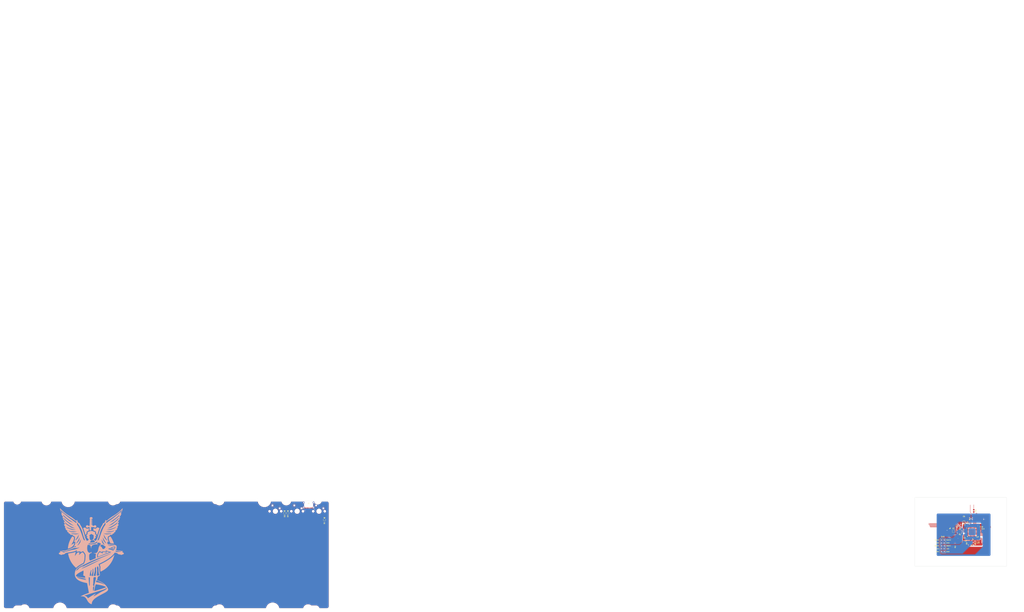
<source format=kicad_pcb>
(kicad_pcb (version 20211014) (generator pcbnew)
  (title_block (title "Hermes PCB layout") (date "2022-02-08") (rev "v0.0.1") (company "AcheronProject") (comment 1 "Designed by Gondolindrim"))
  (layers (0 "F.Cu" signal) (31 "B.Cu" signal) (34 "B.Paste" user) (35 "F.Paste" user) (36 "B.SilkS" user "B.Silkscreen") (37 "F.SilkS" user "F.Silkscreen") (38 "B.Mask" user) (39 "F.Mask" user) (44 "Edge.Cuts" user))
  (net 0 "")
  (net 1 "GND")
  (net 2 "3V3")
  (net 3 "XTAL_OUT")
  (net 4 "XTAL_IN")
  (net 5 "Net-(C11-Pad2)")
  (net 6 "SDA")
  (net 7 "SCL")
  (net 8 "PB2{slash}BOOT1")
  (net 9 "D+")
  (net 10 "5V")
  (net 11 "/PA9")
  (net 12 "unconnected-(U2-Pad2)")
  (net 13 "unconnected-(U2-Pad3)")
  (net 14 "unconnected-(U2-Pad4)")
  (net 15 "NRST")
  (net 16 "unconnected-(U2-Pad10)")
  (net 17 "unconnected-(U2-Pad11)")
  (net 18 "unconnected-(U2-Pad12)")
  (net 19 "unconnected-(U2-Pad13)")
  (net 20 "unconnected-(U2-Pad14)")
  (net 21 "unconnected-(U2-Pad15)")
  (net 22 "LED_PWM")
  (net 23 "unconnected-(U2-Pad17)")
  (net 24 "unconnected-(U2-Pad18)")
  (net 25 "CAPS_INDICATOR")
  (net 26 "unconnected-(U2-Pad21)")
  (net 27 "unconnected-(U2-Pad25)")
  (net 28 "unconnected-(U2-Pad26)")
  (net 29 "unconnected-(U2-Pad27)")
  (net 30 "RGB_3V3")
  (net 31 "unconnected-(U2-Pad29)")
  (net 32 "unconnected-(U2-Pad31)")
  (net 33 "D-")
  (net 34 "SWDIO")
  (net 35 "SWCLK")
  (net 36 "unconnected-(U2-Pad38)")
  (net 37 "unconnected-(U2-Pad39)")
  (net 38 "unconnected-(U2-Pad40)")
  (net 39 "unconnected-(U2-Pad41)")
  (net 40 "BOOT0")
  (net 41 "unconnected-(U2-Pad45)")
  (net 42 "unconnected-(U2-Pad46)")
  (net 54 "Net-(D1-Pad2)")
  (net 55 "Net-(D2-Pad2)")
  (net 56 "Net-(D3-Pad2)")
  (net 57 "R0")
  (net 58 "C0")
  (net 59 "C1")
  (net 60 "C2")
  (footprint "Capacitor_SMD:C_0402_1005Metric" (layer "F.Cu") (at 904.520342 120.565299 -90)
    (fp_text reference "C4")
    (fp_text value "100n")
  )
  (footprint "Capacitor_SMD:C_0402_1005Metric" (layer "F.Cu") (at 905.120342 136.415299 -90)
    (fp_text reference "C9")
    (fp_text value "16p")
  )
  (footprint "Capacitor_SMD:C_0402_1005Metric" (layer "F.Cu") (at 911.320342 134.895299 -90)
    (fp_text reference "C8")
    (fp_text value "16p")
  )
  (footprint "Capacitor_SMD:C_0402_1005Metric" (layer "F.Cu") (at 912.920342 133.645299 -90)
    (fp_text reference "C7")
    (fp_text value "10n")
  )
  (footprint "acheron_Components:CP_EIA-3216-10_Kemet-I_Pad1.58x1.35mm_HandSolder" (layer "F.Cu") (at 901.320342 116.565299 90)
    (fp_text reference "C5")
    (fp_text value "10u")
  )
  (footprint "Capacitor_SMD:C_0402_1005Metric" (layer "F.Cu") (at 895.17037 123.2153 180)
    (fp_text reference "C1")
    (fp_text value "100n")
  )
  (footprint "Resistor_SMD:R_0805_2012Metric" (layer "F.Cu") (at 891.720342 139.765299 -90)
    (fp_text reference "R3")
    (fp_text value "10k")
  )
  (footprint "acheron_Components:STM_UFQFPN-48_LQFP-48-1EP_7x7mm_P0.5mm_HandSoldering_ThermalReliefs" (layer "F.Cu") (at 908.520342 126.565299 90)
    (fp_text reference "U2")
    (fp_text value "STM32F411CEU6")
  )
  (footprint "Capacitor_SMD:C_0402_1005Metric" (layer "F.Cu") (at 914.420342 133.645299 -90)
    (fp_text reference "C6")
    (fp_text value "1u")
  )
  (footprint "acheron_Components:D_SOD-123" (layer "F.Cu") (at 342.779643 114.5118 90)
    (fp_text reference "D1")
    (fp_text value "1N4148W")
  )
  (footprint "Resistor_SMD:R_0402_1005Metric" (layer "F.Cu") (at 897.77037 125.565299 180)
    (fp_text reference "R2")
    (fp_text value "1.5k")
  )
  (footprint "acheron_Connectors:TYPE-C-31-M-12" (layer "F.Cu") (at 328.967143 106.678675 180)
    (fp_text reference "J1")
    (fp_text value "TYPE-C-31-M12_13")
  )
  (footprint "acheron_Connectors:PinHeader_2x5_P2.54mm_Vertical_Staggered" (layer "F.Cu") (at 882.883342 138.798299)
    (fp_text reference "X1" hide)
    (fp_text value "ARM JTAG" hide)
  )
  (footprint "Capacitor_SMD:C_0402_1005Metric" (layer "F.Cu") (at 901.720342 130.565299 180)
    (fp_text reference "C3")
    (fp_text value "100n")
  )
  (footprint "Resistor_SMD:R_0402_1005Metric" (layer "F.Cu") (at 897.77037 127.565299 180)
    (fp_text reference "R1")
    (fp_text value "1.5k")
  )
  (footprint "Capacitor_SMD:C_0402_1005Metric" (layer "F.Cu") (at 903.020342 133.165299 180)
    (fp_text reference "C2")
    (fp_text value "100n")
  )
  (footprint "Capacitor_SMD:C_0402_1005Metric" (layer "F.Cu") (at 915.17037 124.0153 180)
    (fp_text reference "C11")
    (fp_text value "4.7u")
  )
  (footprint "acheron_Components:D_SOD-123" (layer "F.Cu") (at 308.032768 108.558675 90)
    (fp_text reference "D3")
    (fp_text value "1N4148W")
  )
  (footprint "acheron_MX_soldermask:MX100" (layer "F.Cu") (at 338.017143 108.558675)
    (fp_text reference "SW1")
    (fp_text value "Mechanical_Switch")
  )
  (footprint "Resistor_SMD:R_0805_2012Metric" (layer "F.Cu") (at 909.920342 108.215301 -90)
    (fp_text reference "R5")
    (fp_text value "0R")
  )
  (footprint "acheron_MX_soldermask:MX100" (layer "F.Cu") (at 318.967143 108.558675)
    (fp_text reference "SW2")
    (fp_text value "Mechanical_Switch")
  )
  (footprint "acheron_MX_soldermask:MX100" (layer "F.Cu") (at 299.917143 108.558675)
    (fp_text reference "SW3")
    (fp_text value "Mechanical_Switch")
  )
  (footprint "Resistor_SMD:R_0402_1005Metric" (layer "F.Cu") (at 906.520343 117.415301 90)
    (fp_text reference "R4")
    (fp_text value "1.5k")
  )
  (footprint "acheron_Components:TSSOP-8_4.4x3mm_P0.65mm" (layer "F.Cu") (at 892.17037 125.915299)
    (fp_text reference "U1")
    (fp_text value "BL24C256A-SFRC")
  )
  (footprint "acheron_Components:D_SOD-123" (layer "F.Cu") (at 310.832768 108.558675 90)
    (fp_text reference "D2")
    (fp_text value "1N4148W")
  )
  (footprint "acheron_Components:Crystal_SMD_3225-4Pin_3.2x2.5mm" (layer "F.Cu") (at 908.207842 135.815299 180)
    (fp_text reference "Y1")
    (fp_text value "7325-0800A2010-00")
  )
  (footprint "hermes_library:hermes_plated_logo_12x17.7mm" (layer "F.Cu") (at 234.432768 182.377425)
    (fp_text reference "GR2" hide)
    (fp_text value "Hermes plated logo" hide)
  )
  (footprint "Capacitor_SMD:C_0402_1005Metric" (layer "F.Cu") (at 913.750341 122.2153 180)
    (fp_text reference "C10")
    (fp_text value "100n")
  )
  (footprint "hermes_library:hermes_logo_56.9x84mm" (layer "B.Cu") (at 139.182768 147.8493 180)
    (fp_text reference "GR1" hide)
    (fp_text value "Hermes huge logo" hide)
  )
  (gr_line (start 153.316709 99.633674) (end 125.241705 99.633107) (layer "Edge.Cuts") (width 0.1))
  (gr_arc (start 62.392143 101.633675) (mid 62.977929 100.219461) (end 64.392143 99.633675) (layer "Edge.Cuts") (width 0.1))
  (gr_arc (start 245.192026 193.0828) (mid 244.823202 193.519412) (end 244.275511 193.6828) (layer "Edge.Cuts") (width 0.1))
  (gr_arc (start 313.231812 100.311769) (mid 309.442143 103.032416) (end 305.652474 100.311769) (layer "Edge.Cuts") (width 0.1))
  (gr_arc (start 254.890593 100.31186) (mid 252.344277 102.834775) (end 248.79923 102.304236) (layer "Edge.Cuts") (width 0.1))
  (gr_arc (start 71.442025 193.082803) (mid 72.548496 191.772964) (end 74.191572 191.282802) (layer "Edge.Cuts") (width 0.1))
  (gr_arc (start 324.702473 193.003675) (mid 327.307108 190.463374) (end 330.892143 191.083675) (layer "Edge.Cuts") (width 0.1))
  (gr_arc (start 346.942144 191.683675) (mid 346.356357 193.097889) (end 344.942143 193.683676) (layer "Edge.Cuts") (width 0.1))
  (gr_arc (start 313.231813 100.311769) (mid 313.606698 99.811944) (end 314.205046 99.632102) (layer "Edge.Cuts") (width 0.1))
  (gr_line (start 255.838012 99.631859) (end 284.026519 99.633675) (layer "Edge.Cuts") (width 0.1))
  (gr_arc (start 154.3931 193.003675) (mid 154.028717 193.495994) (end 153.445682 193.683675) (layer "Edge.Cuts") (width 0.1))
  (gr_arc (start 331.492143 191.283675) (mid 331.175902 191.232399) (end 330.892143 191.083675) (layer "Edge.Cuts") (width 0.1))
  (gr_line (start 85.578661 193.682803) (end 105.498831 193.684244) (layer "Edge.Cuts") (width 0.05))
  (gr_arc (start 324.702473 193.003675) (mid 324.33809 193.495994) (end 323.755055 193.683675) (layer "Edge.Cuts") (width 0.1))
  (gr_arc (start 344.942143 99.633674) (mid 346.356357 100.219461) (end 346.942144 101.633675) (layer "Edge.Cuts") (width 0.1))
  (gr_arc (start 118.098392 193.683679) (mid 117.484543 193.472913) (end 117.129161 192.929833) (layer "Edge.Cuts") (width 0.05))
  (gr_line (start 938.520342 96.565299) (end 938.520342 156.565299) (layer "Edge.Cuts") (width 0.1))
  (gr_line (start 938.520342 156.565299) (end 858.520342 156.565299) (layer "Edge.Cuts") (width 0.1))
  (gr_arc (start 95.179241 99.634008) (mid 95.777589 99.813851) (end 96.152474 100.313675) (layer "Edge.Cuts") (width 0.1))
  (gr_arc (start 248.799951 191.012164) (mid 252.34475 190.481125) (end 254.891187 193.003675) (layer "Edge.Cuts") (width 0.1))
  (gr_arc (start 103.731813 100.313675) (mid 99.942144 103.034322) (end 96.152475 100.313675) (layer "Edge.Cuts") (width 0.1))
  (gr_line (start 346.942144 101.633675) (end 346.942144 191.683675) (layer "Edge.Cuts") (width 0.1))
  (gr_arc (start 85.578661 193.682803) (mid 84.995626 193.495123) (end 84.631243 193.002803) (layer "Edge.Cuts") (width 0.1))
  (gr_arc (start 333.058846 99.633914) (mid 333.620025 99.806071) (end 333.987798 100.263568) (layer "Edge.Cuts") (width 0.1))
  (gr_arc (start 106.468062 192.930397) (mid 111.798392 188.783904) (end 117.12916 192.929834) (layer "Edge.Cuts") (width 0.05))
  (gr_arc (start 245.192026 193.0828) (mid 246.298497 191.772963) (end 247.941571 191.2828) (layer "Edge.Cuts") (width 0.1))
  (gr_arc (start 295.657287 100.387521) (mid 290.326519 104.533676) (end 284.995751 100.387521) (layer "Edge.Cuts") (width 0.1))
  (gr_line (start 244.27549 99.632813) (end 164.879231 99.634628) (layer "Edge.Cuts") (width 0.1))
  (gr_arc (start 303.835892 193.683679) (mid 303.222043 193.472913) (end 302.866661 192.929833) (layer "Edge.Cuts") (width 0.1))
  (gr_arc (start 295.657287 100.387521) (mid 296.012669 99.844441) (end 296.626518 99.633675) (layer "Edge.Cuts") (width 0.1))
  (gr_arc (start 339.896842 100.264086) (mid 336.942147 102.23399) (end 333.987798 100.263568) (layer "Edge.Cuts") (width 0.1))
  (gr_arc (start 77.396559 100.263762) (mid 77.764332 99.806265) (end 78.325511 99.634108) (layer "Edge.Cuts") (width 0.1))
  (gr_arc (start 292.205562 192.930397) (mid 291.85018 193.473478) (end 291.236331 193.684244) (layer "Edge.Cuts") (width 0.1))
  (gr_arc (start 78.441573 191.082803) (mid 78.157814 191.231527) (end 77.841573 191.282803) (layer "Edge.Cuts") (width 0.1))
  (gr_arc (start 247.941549 102.032811) (mid 248.391338 102.102327) (end 248.79923 102.304236) (layer "Edge.Cuts") (width 0.1))
  (gr_arc (start 304.67924 99.632102) (mid 305.277588 99.811945) (end 305.652473 100.311769) (layer "Edge.Cuts") (width 0.1))
  (gr_arc (start 244.27549 99.632813) (mid 244.823181 99.796201) (end 245.192005 100.232813) (layer "Edge.Cuts") (width 0.1))
  (gr_arc (start 161.342717 191.2828) (mid 160.892728 191.213452) (end 160.484337 191.012164) (layer "Edge.Cuts") (width 0.1))
  (gr_arc (start 106.468062 192.930397) (mid 106.11268 193.473478) (end 105.498831 193.684244) (layer "Edge.Cuts") (width 0.05))
  (gr_arc (start 247.941549 102.032811) (mid 246.298476 101.54265) (end 245.192006 100.232813) (layer "Edge.Cuts") (width 0.1))
  (gr_line (start 62.392142 191.683675) (end 62.392143 101.633675) (layer "Edge.Cuts") (width 0.1))
  (gr_arc (start 339.896842 100.264086) (mid 340.264615 99.806589) (end 340.825794 99.634432) (layer "Edge.Cuts") (width 0.1))
  (gr_line (start 165.008777 193.6828) (end 244.275511 193.6828) (layer "Edge.Cuts") (width 0.1))
  (gr_line (start 858.520342 96.565299) (end 938.520342 96.565299) (layer "Edge.Cuts") (width 0.1))
  (gr_line (start 344.942143 99.633674) (end 340.825794 99.634432) (layer "Edge.Cuts") (width 0.1))
  (gr_line (start 70.525511 193.682802) (end 64.392143 193.683676) (layer "Edge.Cuts") (width 0.1))
  (gr_arc (start 248.799257 191.011178) (mid 248.391378 191.213186) (end 247.941571 191.2828) (layer "Edge.Cuts") (width 0.1))
  (gr_line (start 333.058846 99.633914) (end 314.205046 99.632102) (layer "Edge.Cuts") (width 0.1))
  (gr_arc (start 103.731814 100.313675) (mid 104.106699 99.81385) (end 104.705047 99.634008) (layer "Edge.Cuts") (width 0.1))
  (gr_arc (start 78.441573 191.082803) (mid 82.026608 190.462502) (end 84.631243 193.002803) (layer "Edge.Cuts") (width 0.1))
  (gr_arc (start 64.392143 193.683676) (mid 62.977929 193.097889) (end 62.392142 191.683675) (layer "Edge.Cuts") (width 0.1))
  (gr_line (start 323.755055 193.683675) (end 303.835892 193.683679) (layer "Edge.Cuts") (width 0.1))
  (gr_arc (start 160.355491 102.306051) (mid 160.763383 102.104142) (end 161.213172 102.034626) (layer "Edge.Cuts") (width 0.1))
  (gr_arc (start 163.962716 100.234628) (mid 164.33154 99.798016) (end 164.879231 99.634628) (layer "Edge.Cuts") (width 0.1))
  (gr_arc (start 160.355491 102.306051) (mid 156.810445 102.836589) (end 154.264128 100.313675) (layer "Edge.Cuts") (width 0.1))
  (gr_arc (start 335.192717 191.283674) (mid 336.835473 191.773856) (end 337.941502 193.083675) (layer "Edge.Cuts") (width 0.1))
  (gr_line (start 296.62608 99.633111) (end 304.67924 99.632102) (layer "Edge.Cuts") (width 0.1))
  (gr_arc (start 163.962716 100.234628) (mid 162.856245 101.544464) (end 161.213172 102.034626) (layer "Edge.Cuts") (width 0.1))
  (gr_arc (start 154.393101 193.003675) (mid 156.939538 190.481124) (end 160.484337 191.012164) (layer "Edge.Cuts") (width 0.1))
  (gr_arc (start 161.342717 191.2828) (mid 162.985791 191.772963) (end 164.092262 193.0828) (layer "Edge.Cuts") (width 0.1))
  (gr_line (start 78.325511 99.634108) (end 95.179241 99.634008) (layer "Edge.Cuts") (width 0.1))
  (gr_line (start 291.236331 193.684244) (end 255.838606 193.683675) (layer "Edge.Cuts") (width 0.1))
  (gr_arc (start 124.272474 100.386953) (mid 124.627856 99.843873) (end 125.241705 99.633107) (layer "Edge.Cuts") (width 0.1))
  (gr_arc (start 338.858016 193.683674) (mid 338.310325 193.520287) (end 337.941502 193.083675) (layer "Edge.Cuts") (width 0.1))
  (gr_arc (start 255.838606 193.683675) (mid 255.255571 193.495994) (end 254.891188 193.003675) (layer "Edge.Cuts") (width 0.1))
  (gr_line (start 153.445682 193.683675) (end 118.098392 193.683679) (layer "Edge.Cuts") (width 0.1))
  (gr_arc (start 153.316709 99.633674) (mid 153.899744 99.821356) (end 154.264128 100.313675) (layer "Edge.Cuts") (width 0.1))
  (gr_arc (start 254.890593 100.31186) (mid 255.254976 99.81954) (end 255.838012 99.631859) (layer "Edge.Cuts") (width 0.1))
  (gr_line (start 344.942143 193.683676) (end 338.858016 193.683674) (layer "Edge.Cuts") (width 0.1))
  (gr_arc (start 284.026519 99.633675) (mid 284.640368 99.844441) (end 284.99575 100.387521) (layer "Edge.Cuts") (width 0.1))
  (gr_arc (start 112.642144 99.633671) (mid 113.255993 99.844437) (end 113.611375 100.387517) (layer "Edge.Cuts") (width 0.1))
  (gr_arc (start 124.272474 100.386953) (mid 118.942144 104.533219) (end 113.611375 100.387517) (layer "Edge.Cuts") (width 0.1))
  (gr_line (start 112.642144 99.633671) (end 104.705047 99.634008) (layer "Edge.Cuts") (width 0.1))
  (gr_line (start 331.492143 191.283675) (end 335.192717 191.283674) (layer "Edge.Cuts") (width 0.1))
  (gr_arc (start 71.442025 193.082803) (mid 71.073202 193.519415) (end 70.525511 193.682802) (layer "Edge.Cuts") (width 0.1))
  (gr_arc (start 77.396559 100.263762) (mid 74.441864 102.241643) (end 71.487515 100.263244) (layer "Edge.Cuts") (width 0.1))
  (gr_arc (start 70.558563 99.63359) (mid 71.119742 99.805747) (end 71.487515 100.263244) (layer "Edge.Cuts") (width 0.1))
  (gr_arc (start 292.205562 192.930397) (mid 297.535892 188.784131) (end 302.86666 192.929834) (layer "Edge.Cuts") (width 0.1))
  (gr_line (start 70.558563 99.63359) (end 64.392143 99.633675) (layer "Edge.Cuts") (width 0.1))
  (gr_line (start 74.191572 191.282802) (end 77.841573 191.282803) (layer "Edge.Cuts") (width 0.1))
  (gr_line (start 858.520342 156.565299) (end 858.520342 96.565299) (layer "Edge.Cuts") (width 0.1))
  (gr_arc (start 165.008777 193.6828) (mid 164.461086 193.519412) (end 164.092262 193.0828) (layer "Edge.Cuts") (width 0.1))
  (gr_text "GND" (at 886.058342 136.258299) (layer "F.SilkS") (effects (font (size 0.8 0.8) (thickness 0.16)) (justify left)))
  (gr_text "3V3" (at 886.058342 141.338299) (layer "F.SilkS") (effects (font (size 0.8 0.8) (thickness 0.16)) (justify left)))
  (gr_text "GND" (at 879.708342 136.258299) (layer "F.SilkS") (effects (font (size 0.8 0.8) (thickness 0.16)) (justify right)))
  (gr_text "nRST" (at 879.708342 143.878298) (layer "F.SilkS") (effects (font (size 0.8 0.8) (thickness 0.16)) (justify right)))
  (gr_text "GND" (at 886.058342 143.878298) (layer "F.SilkS") (effects (font (size 0.8 0.8) (thickness 0.16)) (justify left)))
  (gr_text "SWCLK" (at 886.058342 133.7183) (layer "F.SilkS") (effects (font (size 0.8 0.8) (thickness 0.16)) (justify left)))
  (gr_text "SWD" (at 882.883342 130.798299) (layer "F.SilkS") (effects (font (size 1 1) (thickness 0.2))))
  (gr_text "3V3" (at 879.708342 141.338299) (layer "F.SilkS") (effects (font (size 0.8 0.8) (thickness 0.16)) (justify right)))
  (gr_text "BOOT1" (at 886.058342 138.798299) (layer "F.SilkS") (effects (font (size 0.8 0.8) (thickness 0.16)) (justify left)))
  (gr_text "SWDIO" (at 879.708342 133.7183) (layer "F.SilkS") (effects (font (size 0.8 0.8) (thickness 0.16)) (justify right)))
  (gr_text "BOOT0" (at 879.708342 138.798299) (layer "F.SilkS") (effects (font (size 0.8 0.8) (thickness 0.16)) (justify right)))
  (via (at 906.120342 114.215299) (size 0.6) (drill 0.3) (layers "F.Cu" "B.Cu") (net 0))
  (via (at 909.77037 138.2153) (size 0.6) (drill 0.3) (layers "F.Cu" "B.Cu") (net 0))
  (via (at 905.17037 138.0153) (size 0.6) (drill 0.3) (layers "F.Cu" "B.Cu") (net 0))
  (via (at 906.120342 115.815299) (size 0.6) (drill 0.3) (layers "F.Cu" "B.Cu") (net 0))
  (via (at 898.37037 120.0153) (size 0.6) (drill 0.3) (layers "F.Cu" "B.Cu") (net 0))
  (via (at 918.520342 115.565299) (size 0.6) (drill 0.3) (layers "F.Cu" "B.Cu") (net 0))
  (via (at 908.720342 115.815299) (size 0.6) (drill 0.3) (layers "F.Cu" "B.Cu") (net 0))
  (via (at 908.720342 114.215299) (size 0.6) (drill 0.3) (layers "F.Cu" "B.Cu") (net 0))
  (via (at 893.520342 136.565299) (size 0.6) (drill 0.3) (layers "F.Cu" "B.Cu") (net 0))
  (via (at 895.720342 127.715299) (size 0.6) (drill 0.3) (layers "F.Cu" "B.Cu") (net 0))
  (segment (start 907.337842 134.535299) (end 907.357842 134.515299) (width 0.2) (layer "F.Cu") (net 1))
  (segment (start 909.270342 130.565299) (end 909.270342 128.515299) (width 0.2) (layer "F.Cu") (net 1))
  (segment (start 906.270342 122.565299) (end 906.270342 124.615299) (width 0.2) (layer "F.Cu") (net 1))
  (segment (start 904.520342 128.815299) (end 906.570342 128.815299) (width 0.2) (layer "F.Cu") (net 1))
  (segment (start 912.520342 124.315299) (end 910.470342 124.315299) (width 0.2) (layer "F.Cu") (net 1))
  (via (at 325.617143 107.758675) (size 1) (drill 0.5) (layers "F.Cu" "B.Cu") (net 1))
  (via (at 886.57037 125.215301) (size 1) (drill 0.5) (layers "F.Cu" "B.Cu") (net 1))
  (via (at 334.017143 106.958675) (size 1) (drill 0.5) (layers "F.Cu" "B.Cu") (net 1))
  (via (at 896.120342 132.165299) (size 0.6) (drill 0.3) (layers "F.Cu" "B.Cu") (net 1))
  (via (at 917.04534 126.015299) (size 0.6) (drill 0.3) (layers "F.Cu" "B.Cu") (net 1))
  (segment (start 904.520342 129.965299) (end 903.920342 130.565299) (width 0.2) (layer "F.Cu") (net 2))
  (segment (start 913.270341 122.2153) (end 912.520342 122.965299) (width 0.2) (layer "F.Cu") (net 2))
  (segment (start 905.300342 121.045299) (end 905.770342 121.515299) (width 0.2) (layer "F.Cu") (net 2))
  (segment (start 902.200342 130.565299) (end 902.200342 131.565299) (width 0.2) (layer "F.Cu") (net 2))
  (segment (start 909.770342 130.565299) (end 909.770342 131.910317) (width 0.2) (layer "F.Cu") (net 2))
  (segment (start 902.520342 120.565299) (end 902.520342 119.202799) (width 0.5) (layer "F.Cu") (net 2))
  (segment (start 913.270341 122.2153) (end 913.270341 121.365299) (width 0.2) (layer "F.Cu") (net 2))
  (segment (start 912.520342 123.815299) (end 912.520342 122.965299) (width 0.2) (layer "F.Cu") (net 2))
  (segment (start 901.320342 118.002799) (end 899.957842 118.002799) (width 0.5) (layer "F.Cu") (net 2))
  (segment (start 905.770342 122.565299) (end 905.770342 121.515299) (width 0.2) (layer "F.Cu") (net 2))
  (segment (start 898.28037 125.565299) (end 899.120342 125.565299) (width 0.2) (layer "F.Cu") (net 2))
  (segment (start 909.770342 131.910317) (end 910.773882 132.913857) (width 0.2) (layer "F.Cu") (net 2))
  (segment (start 903.500342 133.165299) (end 904.310318 133.165299) (width 0.2) (layer "F.Cu") (net 2))
  (segment (start 904.520342 129.315299) (end 904.520342 129.965299) (width 0.2) (layer "F.Cu") (net 2))
  (segment (start 910.773882 132.913857) (end 912.6689 132.913857) (width 0.2) (layer "F.Cu") (net 2))
  (segment (start 902.520342 119.202799) (end 901.320342 118.002799) (width 0.5) (layer "F.Cu") (net 2))
  (segment (start 912.6689 132.913857) (end 914.1689 132.913857) (width 0.2) (layer "F.Cu") (net 2))
  (segment (start 903.920342 130.565299) (end 902.200342 130.565299) (width 0.2) (layer "F.Cu") (net 2))
  (segment (start 912.6689 132.913857) (end 912.920342 133.165299) (width 0.2) (layer "F.Cu") (net 2))
  (segment (start 904.520342 121.045299) (end 905.300342 121.045299) (width 0.2) (layer "F.Cu") (net 2))
  (segment (start 903.970342 129.315299) (end 904.520342 129.315299) (width 0.2) (layer "F.Cu") (net 2))
  (segment (start 899.957842 118.002799) (end 897.920342 115.965299) (width 0.5) (layer "F.Cu") (net 2))
  (segment (start 904.550342 121.045299) (end 904.550342 121.965299) (width 0.2) (layer "F.Cu") (net 2))
  (segment (start 903.500342 132.165299) (end 903.500342 133.165299) (width 0.2) (layer "F.Cu") (net 2))
  (segment (start 898.28037 127.515299) (end 899.17037 127.515299) (width 0.2) (layer "F.Cu") (net 2))
  (segment (start 894.69037 123.2153) (end 894.69037 122.6953) (width 0.2) (layer "F.Cu") (net 2))
  (segment (start 906.670842 118.0758) (end 906.520343 117.925301) (width 0.2) (layer "F.Cu") (net 2))
  (segment (start 914.1689 132.913857) (end 914.420342 133.165299) (width 0.2) (layer "F.Cu") (net 2))
  (segment (start 904.310318 133.165299) (end 905.770342 131.705275) (width 0.2) (layer "F.Cu") (net 2))
  (segment (start 905.770342 131.705275) (end 905.770342 130.565299) (width 0.2) (layer "F.Cu") (net 2))
  (segment (start 906.670842 118.815301) (end 906.670842 118.0758) (width 0.2) (layer "F.Cu") (net 2))
  (segment (start 894.69037 123.2153) (end 894.69037 124.8153) (width 0.2) (layer "F.Cu") (net 2))
  (segment (start 914.420342 133.165299) (end 915.420342 133.165299) (width 0.2) (layer "F.Cu") (net 2))
  (segment (start 894.69037 122.6953) (end 895.37037 122.0153) (width 0.2) (layer "F.Cu") (net 2))
  (segment (start 897.920342 115.965299) (end 897.920342 112.965299) (width 0.5) (layer "F.Cu") (net 2))
  (via (at 906.670842 118.815301) (size 0.6) (drill 0.3) (layers "F.Cu" "B.Cu") (net 2))
  (via (at 899.120342 125.565299) (size 0.6) (drill 0.3) (layers "F.Cu" "B.Cu") (net 2))
  (via (at 902.200342 131.565299) (size 0.6) (drill 0.3) (layers "F.Cu" "B.Cu") (net 2))
  (via (at 913.270341 121.365299) (size 0.6) (drill 0.3) (layers "F.Cu" "B.Cu") (net 2))
  (via (at 904.550342 121.965299) (size 0.6) (drill 0.3) (layers "F.Cu" "B.Cu") (net 2))
  (via (at 895.37037 122.0153) (size 0.6) (drill 0.3) (layers "F.Cu" "B.Cu") (net 2))
  (via (at 902.520342 120.565299) (size 1) (drill 0.5) (layers "F.Cu" "B.Cu") (net 2))
  (via (at 903.500342 132.165299) (size 0.6) (drill 0.3) (layers "F.Cu" "B.Cu") (net 2))
  (via (at 899.17037 127.515299) (size 0.6) (drill 0.3) (layers "F.Cu" "B.Cu") (net 2))
  (via (at 915.420342 133.165299) (size 0.6) (drill 0.3) (layers "F.Cu" "B.Cu") (net 2))
  (segment (start 884.089842 141.338299) (end 881.549842 141.338299) (width 0.2) (layer "B.Cu") (net 2))
  (segment (start 893.720823 121.249812) (end 893.720823 128.380818) (width 0.2) (layer "B.Cu") (net 2))
  (segment (start 906.670842 119.715799) (end 904.770823 117.81578) (width 0.2) (layer "B.Cu") (net 2))
  (segment (start 904.770823 117.81578) (end 897.154856 117.815779) (width 0.2) (layer "B.Cu") (net 2))
  (segment (start 897.154856 117.815779) (end 893.720823 121.249812) (width 0.2) (layer "B.Cu") (net 2))
  (segment (start 895.37037 122.0153) (end 902.120342 122.015299) (width 0.2) (layer "B.Cu") (net 2))
  (segment (start 879.728342 132.573299) (end 879.728342 139.516799) (width 0.2) (layer "B.Cu") (net 2))
  (segment (start 879.728342 139.516799) (end 881.549842 141.338299) (width 0.2) (layer "B.Cu") (net 2))
  (segment (start 881.328342 130.973299) (end 879.728342 132.573299) (width 0.2) (layer "B.Cu") (net 2))
  (segment (start 891.128342 130.973299) (end 881.328342 130.973299) (width 0.2) (layer "B.Cu") (net 2))
  (segment (start 915.420342 133.165299) (end 915.020342 132.765299) (width 0.5) (layer "B.Cu") (net 2))
  (segment (start 893.720823 128.380818) (end 891.128342 130.973299) (width 0.2) (layer "B.Cu") (net 2))
  (segment (start 899.120342 125.565299) (end 901.920342 125.565299) (width 0.5) (layer "B.Cu") (net 2))
  (segment (start 899.17037 127.515299) (end 900.12037 126.565299) (width 0.5) (layer "B.Cu") (net 2))
  (segment (start 900.12037 126.565299) (end 901.920342 126.565299) (width 0.5) (layer "B.Cu") (net 2))
  (segment (start 906.670842 118.815301) (end 906.670842 119.715799) (width 0.2) (layer "B.Cu") (net 2))
  (segment (start 909.857842 134.415299) (end 909.307842 134.965299) (width 0.2) (layer "F.Cu") (net 3))
  (segment (start 908.270342 133.927799) (end 909.307842 134.965299) (width 0.2) (layer "F.Cu") (net 3))
  (segment (start 908.270342 130.565299) (end 908.270342 133.927799) (width 0.2) (layer "F.Cu") (net 3))
  (segment (start 911.320342 134.415299) (end 909.857842 134.415299) (width 0.2) (layer "F.Cu") (net 3))
  (segment (start 905.120342 134.615299) (end 907.770342 131.965299) (width 0.2) (layer "F.Cu") (net 4))
  (segment (start 905.120342 135.935299) (end 905.120342 134.615299) (width 0.2) (layer "F.Cu") (net 4))
  (segment (start 905.850342 136.665299) (end 905.120342 135.935299) (width 0.2) (layer "F.Cu") (net 4))
  (segment (start 907.770342 131.965299) (end 907.770342 130.565299) (width 0.2) (layer "F.Cu") (net 4))
  (segment (start 907.107842 136.665299) (end 905.850342 136.665299) (width 0.2) (layer "F.Cu") (net 4))
  (segment (start 906.877842 136.895299) (end 907.107842 136.665299) (width 0.2) (layer "F.Cu") (net 4))
  (segment (start 912.520342 124.815299) (end 913.890371 124.815299) (width 0.2) (layer "F.Cu") (net 5))
  (segment (start 913.890371 124.815299) (end 914.69037 124.0153) (width 0.2) (layer "F.Cu") (net 5))
  (segment (start 896.58537 126.890299) (end 897.26037 127.565299) (width 0.2) (layer "F.Cu") (net 6))
  (segment (start 904.500822 126.795779) (end 904.520342 126.815299) (width 0.2) (layer "F.Cu") (net 6))
  (segment (start 904.520342 126.815299) (end 898.01037 126.815299) (width 0.2) (layer "F.Cu") (net 6))
  (segment (start 895.03287 126.890299) (end 896.58537 126.890299) (width 0.2) (layer "F.Cu") (net 6))
  (segment (start 898.01037 126.815299) (end 897.26037 127.565299) (width 0.2) (layer "F.Cu") (net 6))
  (segment (start 896.58537 126.240299) (end 897.26037 125.565299) (width 0.2) (layer "F.Cu") (net 7))
  (segment (start 904.520342 126.315299) (end 898.01037 126.315299) (width 0.2) (layer "F.Cu") (net 7))
  (segment (start 898.01037 126.315299) (end 897.26037 125.565299) (width 0.2) (layer "F.Cu") (net 7))
  (segment (start 895.03287 126.240299) (end 896.58537 126.240299) (width 0.2) (layer "F.Cu") (net 7))
  (segment (start 891.665842 138.798299) (end 891.720342 138.852799) (width 0.2) (layer "F.Cu") (net 8))
  (segment (start 884.216842 138.798299) (end 891.665842 138.798299) (width 0.2) (layer "F.Cu") (net 8))
  (segment (start 915.172841 125.815299) (end 915.782841 126.425299) (width 0.2) (layer "F.Cu") (net 8))
  (segment (start 912.520342 125.815299) (end 915.172841 125.815299) (width 0.2) (layer "F.Cu") (net 8))
  (via (at 915.782841 126.425299) (size 0.6) (drill 0.3) (layers "F.Cu" "B.Cu") (net 8))
  (segment (start 885.484853 142.816788) (end 881.237149 142.816788) (width 0.2) (layer "B.Cu") (net 8))
  (segment (start 917.520342 139.665299) (end 917.520342 128.1628) (width 0.2) (layer "B.Cu") (net 8))
  (segment (start 886.328342 141.973299) (end 885.484853 142.816788) (width 0.2) (layer "B.Cu") (net 8))
  (segment (start 917.520342 128.1628) (end 915.782841 126.425299) (width 0.2) (layer "B.Cu") (net 8))
  (segment (start 885.353342 138.798299) (end 886.328342 139.773299) (width 0.2) (layer "B.Cu") (net 8))
  (segment (start 886.328342 139.773299) (end 886.328342 141.973299) (width 0.2) (layer "B.Cu") (net 8))
  (segment (start 881.237149 142.816788) (end 880.615331 143.438606) (width 0.2) (layer "B.Cu") (net 8))
  (segment (start 881.720342 146.165299) (end 911.020342 146.165299) (width 0.2) (layer "B.Cu") (net 8))
  (segment (start 880.615331 143.438606) (end 880.615331 145.060288) (width 0.2) (layer "B.Cu") (net 8))
  (segment (start 884.216842 138.798299) (end 885.353342 138.798299) (width 0.2) (layer "B.Cu") (net 8))
  (segment (start 880.615331 145.060288) (end 881.720342 146.165299) (width 0.2) (layer "B.Cu") (net 8))
  (segment (start 911.020342 146.165299) (end 917.520342 139.665299) (width 0.2) (layer "B.Cu") (net 8))
  (segment (start 907.270342 116.155302) (end 907.270342 115.165299) (width 0.2) (layer "F.Cu") (net 9))
  (segment (start 906.520343 116.905301) (end 907.270342 116.155302) (width 0.2) (layer "F.Cu") (net 9))
  (segment (start 907.270342 115.165299) (end 907.120342 115.015299) (width 0.2) (layer "F.Cu") (net 9))
  (segment (start 907.270342 122.565299) (end 907.270342 116.155302) (width 0.2) (layer "F.Cu") (net 9))
  (via (at 907.120342 115.015299) (size 0.6) (drill 0.3) (layers "F.Cu" "B.Cu") (net 9))
  (via (at 907.120342 115.015299) (size 0.6) (drill 0.3) (layers "F.Cu" "B.Cu") (net 9))
  (segment (start 907.320342 114.815299) (end 907.120342 115.015299) (width 0.2) (layer "B.Cu") (net 9))
  (segment (start 907.320342 110.532455) (end 907.320342 114.815299) (width 0.2) (layer "B.Cu") (net 9))
  (segment (start 909.920342 107.290299) (end 909.920342 102.865328) (width 0.2) (layer "F.Cu") (net 10))
  (segment (start 908.770342 120.730305) (end 909.920342 119.580305) (width 0.2) (layer "F.Cu") (net 11))
  (segment (start 908.770342 122.565299) (end 908.770342 120.730305) (width 0.2) (layer "F.Cu") (net 11))
  (segment (start 909.920342 119.580305) (end 909.920342 108.740299) (width 0.2) (layer "F.Cu") (net 11))
  (segment (start 892.082812 134.342777) (end 879.352455 121.612419) (width 0.2) (layer "F.Cu") (net 12))
  (segment (start 903.697847 134.342777) (end 892.082812 134.342777) (width 0.2) (layer "F.Cu") (net 12))
  (segment (start 906.270342 131.770281) (end 903.697847 134.342777) (width 0.2) (layer "F.Cu") (net 12))
  (segment (start 879.352455 121.612419) (end 871.520342 121.612419) (width 0.2) (layer "F.Cu") (net 12))
  (segment (start 906.270342 130.565299) (end 906.270342 131.770281) (width 0.2) (layer "F.Cu") (net 12))
  (segment (start 903.863333 134.742296) (end 906.770342 131.835287) (width 0.2) (layer "F.Cu") (net 13))
  (segment (start 879.186969 122.011939) (end 891.917327 134.742296) (width 0.2) (layer "F.Cu") (net 13))
  (segment (start 906.770342 131.835287) (end 906.770342 130.565299) (width 0.2) (layer "F.Cu") (net 13))
  (segment (start 871.720342 122.011939) (end 879.186969 122.011939) (width 0.2) (layer "F.Cu") (net 13))
  (segment (start 891.917327 134.742296) (end 903.863333 134.742296) (width 0.2) (layer "F.Cu") (net 13))
  (segment (start 879.021483 122.411459) (end 891.751841 135.141816) (width 0.2) (layer "F.Cu") (net 14))
  (segment (start 904.028819 135.141816) (end 907.270342 131.900293) (width 0.2) (layer "F.Cu") (net 14))
  (segment (start 891.751841 135.141816) (end 904.028819 135.141816) (width 0.2) (layer "F.Cu") (net 14))
  (segment (start 907.270342 131.900293) (end 907.270342 130.565299) (width 0.2) (layer "F.Cu") (net 14))
  (segment (start 871.920342 122.411459) (end 879.021483 122.411459) (width 0.2) (layer "F.Cu") (net 14))
  (segment (start 908.770342 130.565299) (end 908.770342 132.465299) (width 0.2) (layer "F.Cu") (net 15))
  (segment (start 908.770342 132.465299) (end 908.920342 132.615299) (width 0.2) (layer "F.Cu") (net 15))
  (via (at 908.920342 132.615299) (size 0.6) (drill 0.3) (layers "F.Cu" "B.Cu") (net 15))
  (segment (start 881.885828 145.765779) (end 900.169862 145.765779) (width 0.2) (layer "B.Cu") (net 15))
  (segment (start 908.920342 137.015299) (end 908.920342 132.615299) (width 0.2) (layer "B.Cu") (net 15))
  (segment (start 881.014851 144.894802) (end 881.885828 145.765779) (width 0.2) (layer "B.Cu") (net 15))
  (segment (start 881.676842 143.878299) (end 881.014851 144.54029) (width 0.2) (layer "B.Cu") (net 15))
  (segment (start 881.014851 144.54029) (end 881.014851 144.894802) (width 0.2) (layer "B.Cu") (net 15))
  (segment (start 900.169862 145.765779) (end 908.920342 137.015299) (width 0.2) (layer "B.Cu") (net 15))
  (segment (start 910.270342 131.845311) (end 910.939369 132.514338) (width 0.2) (layer "F.Cu") (net 16))
  (segment (start 916.584761 135.845307) (end 919.052831 138.313377) (width 0.2) (layer "F.Cu") (net 16))
  (segment (start 915.981881 132.514339) (end 916.584761 133.117219) (width 0.2) (layer "F.Cu") (net 16))
  (segment (start 910.270342 130.565299) (end 910.270342 131.845311) (width 0.2) (layer "F.Cu") (net 16))
  (segment (start 916.584761 133.117219) (end 916.584761 135.845307) (width 0.2) (layer "F.Cu") (net 16))
  (segment (start 910.939369 132.514338) (end 915.981881 132.514339) (width 0.2) (layer "F.Cu") (net 16))
  (segment (start 910.770342 131.780305) (end 910.770342 130.565299) (width 0.2) (layer "F.Cu") (net 17))
  (segment (start 916.984283 135.679823) (end 916.984281 132.881745) (width 0.2) (layer "F.Cu") (net 17))
  (segment (start 911.104856 132.114819) (end 910.770342 131.780305) (width 0.2) (layer "F.Cu") (net 17))
  (segment (start 919.218316 137.913856) (end 916.984283 135.679823) (width 0.2) (layer "F.Cu") (net 17))
  (segment (start 916.217355 132.114819) (end 911.104856 132.114819) (width 0.2) (layer "F.Cu") (net 17))
  (segment (start 916.984281 132.881745) (end 916.217355 132.114819) (width 0.2) (layer "F.Cu") (net 17))
  (segment (start 917.383801 132.716259) (end 917.383803 135.514337) (width 0.2) (layer "F.Cu") (net 18))
  (segment (start 911.270342 130.565299) (end 911.270342 131.365299) (width 0.2) (layer "F.Cu") (net 18))
  (segment (start 916.382841 131.715299) (end 917.383801 132.716259) (width 0.2) (layer "F.Cu") (net 18))
  (segment (start 917.383803 135.514337) (end 919.383803 137.514337) (width 0.2) (layer "F.Cu") (net 18))
  (segment (start 911.270342 131.365299) (end 911.620342 131.715299) (width 0.2) (layer "F.Cu") (net 18))
  (segment (start 911.620342 131.715299) (end 916.382841 131.715299) (width 0.2) (layer "F.Cu") (net 18))
  (segment (start 912.520342 129.315299) (end 913.792805 129.315299) (width 0.2) (layer "F.Cu") (net 19))
  (segment (start 914.389921 129.912415) (end 917.57576 129.912416) (width 0.2) (layer "F.Cu") (net 19))
  (segment (start 917.57576 129.912416) (end 924.976237 122.511939) (width 0.2) (layer "F.Cu") (net 19))
  (segment (start 913.792805 129.315299) (end 914.389921 129.912415) (width 0.2) (layer "F.Cu") (net 19))
  (segment (start 914.555408 129.512896) (end 917.410273 129.512897) (width 0.2) (layer "F.Cu") (net 20))
  (segment (start 913.857811 128.815299) (end 914.555408 129.512896) (width 0.2) (layer "F.Cu") (net 20))
  (segment (start 912.520342 128.815299) (end 913.857811 128.815299) (width 0.2) (layer "F.Cu") (net 20))
  (segment (start 917.410273 129.512897) (end 924.810751 122.112419) (width 0.2) (layer "F.Cu") (net 20))
  (segment (start 917.244786 129.113378) (end 924.645265 121.712899) (width 0.2) (layer "F.Cu") (net 21))
  (segment (start 914.720895 129.113377) (end 917.244786 129.113378) (width 0.2) (layer "F.Cu") (net 21))
  (segment (start 913.922817 128.315299) (end 914.720895 129.113377) (width 0.2) (layer "F.Cu") (net 21))
  (segment (start 912.520342 128.315299) (end 913.922817 128.315299) (width 0.2) (layer "F.Cu") (net 21))
  (segment (start 914.886382 128.713858) (end 913.987823 127.815299) (width 0.2) (layer "F.Cu") (net 22))
  (segment (start 924.479779 121.313379) (end 917.0793 128.713858) (width 0.2) (layer "F.Cu") (net 22))
  (segment (start 917.0793 128.713858) (end 914.886382 128.713858) (width 0.2) (layer "F.Cu") (net 22))
  (segment (start 913.987823 127.815299) (end 912.520342 127.815299) (width 0.2) (layer "F.Cu") (net 22))
  (segment (start 924.314293 120.913859) (end 916.913813 128.314339) (width 0.2) (layer "F.Cu") (net 23))
  (segment (start 914.052829 127.315299) (end 912.520342 127.315299) (width 0.2) (layer "F.Cu") (net 23))
  (segment (start 916.913813 128.314339) (end 915.051869 128.314339) (width 0.2) (layer "F.Cu") (net 23))
  (segment (start 915.051869 128.314339) (end 914.052829 127.315299) (width 0.2) (layer "F.Cu") (net 23))
  (segment (start 915.217355 127.914819) (end 914.117835 126.815299) (width 0.2) (layer "F.Cu") (net 24))
  (segment (start 916.748328 127.914818) (end 915.217355 127.914819) (width 0.2) (layer "F.Cu") (net 24))
  (segment (start 924.148807 120.514339) (end 916.748328 127.914818) (width 0.2) (layer "F.Cu") (net 24))
  (segment (start 914.117835 126.815299) (end 912.520342 126.815299) (width 0.2) (layer "F.Cu") (net 24))
  (segment (start 915.382841 127.515299) (end 914.182841 126.315299) (width 0.2) (layer "F.Cu") (net 25))
  (segment (start 914.182841 126.315299) (end 912.520342 126.315299) (width 0.2) (layer "F.Cu") (net 25))
  (segment (start 923.983321 120.114819) (end 916.582841 127.515299) (width 0.2) (layer "F.Cu") (net 25))
  (segment (start 916.582841 127.515299) (end 915.382841 127.515299) (width 0.2) (layer "F.Cu") (net 25))
  (segment (start 923.817835 119.715299) (end 918.217835 125.315299) (width 0.2) (layer "F.Cu") (net 26))
  (segment (start 918.217835 125.315299) (end 912.520342 125.315299) (width 0.2) (layer "F.Cu") (net 26))
  (segment (start 911.270342 121.055335) (end 911.917941 120.407736) (width 0.2) (layer "F.Cu") (net 27))
  (segment (start 911.270342 122.565299) (end 911.270342 121.055335) (width 0.2) (layer "F.Cu") (net 27))
  (segment (start 911.917941 120.407736) (end 911.917941 112.627724) (width 0.2) (layer "F.Cu") (net 27))
  (segment (start 911.917941 112.627724) (end 913.250354 111.295311) (width 0.2) (layer "F.Cu") (net 27))
  (segment (start 910.770342 120.990329) (end 910.770342 122.565299) (width 0.2) (layer "F.Cu") (net 28))
  (segment (start 911.518421 120.24225) (end 910.770342 120.990329) (width 0.2) (layer "F.Cu") (net 28))
  (segment (start 911.518421 120.24225) (end 911.518421 112.462238) (width 0.2) (layer "F.Cu") (net 28))
  (segment (start 911.518421 112.462238) (end 913.067851 110.912808) (width 0.2) (layer "F.Cu") (net 28))
  (segment (start 910.270342 122.565299) (end 910.270342 120.925323) (width 0.2) (layer "F.Cu") (net 29))
  (segment (start 911.118902 120.076763) (end 911.118902 112.296751) (width 0.2) (layer "F.Cu") (net 29))
  (segment (start 911.118902 112.296751) (end 912.885348 110.530305) (width 0.2) (layer "F.Cu") (net 29))
  (segment (start 910.270342 120.925323) (end 911.118902 120.076763) (width 0.2) (layer "F.Cu") (net 29))
  (segment (start 910.719382 119.911277) (end 909.770342 120.860317) (width 0.2) (layer "F.Cu") (net 30))
  (segment (start 910.719382 112.131265) (end 912.602845 110.247802) (width 0.2) (layer "F.Cu") (net 30))
  (segment (start 909.770342 120.860317) (end 909.770342 122.565299) (width 0.2) (layer "F.Cu") (net 30))
  (segment (start 910.719382 119.911277) (end 910.719382 112.131265) (width 0.2) (layer "F.Cu") (net 30))
  (segment (start 910.319862 111.965779) (end 912.320342 109.965299) (width 0.2) (layer "F.Cu") (net 31))
  (segment (start 909.270342 120.795311) (end 910.319862 119.745791) (width 0.2) (layer "F.Cu") (net 31))
  (segment (start 909.270342 122.565299) (end 909.270342 120.795311) (width 0.2) (layer "F.Cu") (net 31))
  (segment (start 910.319862 119.745791) (end 910.319862 111.965779) (width 0.2) (layer "F.Cu") (net 31))
  (segment (start 906.720343 109.415301) (end 909.520342 112.2153) (width 0.2) (layer "F.Cu") (net 32))
  (segment (start 906.720343 103.015301) (end 906.720343 109.415301) (width 0.2) (layer "F.Cu") (net 32))
  (segment (start 908.270342 120.665299) (end 908.270342 122.565299) (width 0.2) (layer "F.Cu") (net 32))
  (segment (start 909.520342 112.2153) (end 909.520342 119.415299) (width 0.2) (layer "F.Cu") (net 32))
  (segment (start 909.520342 119.415299) (end 908.270342 120.665299) (width 0.2) (layer "F.Cu") (net 32))
  (segment (start 907.770342 115.165299) (end 907.920342 115.015299) (width 0.2) (layer "F.Cu") (net 33))
  (segment (start 907.770342 122.565299) (end 907.770342 115.165299) (width 0.2) (layer "F.Cu") (net 33))
  (via (at 907.920342 115.015299) (size 0.6) (drill 0.3) (layers "F.Cu" "B.Cu") (net 33))
  (via (at 907.920342 115.015299) (size 0.6) (drill 0.3) (layers "F.Cu" "B.Cu") (net 33))
  (segment (start 907.720342 114.815299) (end 907.920342 115.015299) (width 0.2) (layer "B.Cu") (net 33))
  (segment (start 907.720342 110.698143) (end 907.720342 114.815299) (width 0.2) (layer "B.Cu") (net 33))
  (segment (start 906.770342 120.913121) (end 906.770342 122.565299) (width 0.2) (layer "F.Cu") (net 34))
  (segment (start 905.960224 120.103003) (end 906.770342 120.913121) (width 0.2) (layer "F.Cu") (net 34))
  (via (at 905.960224 120.103003) (size 0.6) (drill 0.3) (layers "F.Cu" "B.Cu") (net 34))
  (segment (start 894.120342 121.415299) (end 897.320342 118.215299) (width 0.2) (layer "B.Cu") (net 34))
  (segment (start 881.676842 133.718299) (end 884.022322 131.372819) (width 0.2) (layer "B.Cu") (net 34))
  (segment (start 884.022322 131.372819) (end 891.293828 131.372819) (width 0.2) (layer "B.Cu") (net 34))
  (segment (start 904.355336 118.215299) (end 905.960224 119.820187) (width 0.2) (layer "B.Cu") (net 34))
  (segment (start 905.960224 119.820187) (end 905.960224 120.103003) (width 0.2) (layer "B.Cu") (net 34))
  (segment (start 897.320342 118.215299) (end 904.355336 118.215299) (width 0.2) (layer "B.Cu") (net 34))
  (segment (start 894.120342 128.546305) (end 894.120342 121.415299) (width 0.2) (layer "B.Cu") (net 34))
  (segment (start 891.293828 131.372819) (end 894.120342 128.546305) (width 0.2) (layer "B.Cu") (net 34))
  (segment (start 904.320342 123.815299) (end 903.720342 123.215299) (width 0.2) (layer "F.Cu") (net 35))
  (segment (start 904.520342 123.815299) (end 904.320342 123.815299) (width 0.2) (layer "F.Cu") (net 35))
  (via (at 903.720342 123.215299) (size 0.6) (drill 0.3) (layers "F.Cu" "B.Cu") (net 35))
  (segment (start 891.459314 131.772339) (end 894.519861 128.711792) (width 0.2) (layer "B.Cu") (net 35))
  (segment (start 884.216842 133.718299) (end 886.162802 131.772339) (width 0.2) (layer "B.Cu") (net 35))
  (segment (start 894.519862 126.415779) (end 897.720342 123.215299) (width 0.2) (layer "B.Cu") (net 35))
  (segment (start 886.162802 131.772339) (end 891.459314 131.772339) (width 0.2) (layer "B.Cu") (net 35))
  (segment (start 897.720342 123.215299) (end 903.720342 123.215299) (width 0.2) (layer "B.Cu") (net 35))
  (segment (start 894.519861 128.711792) (end 894.519862 126.415779) (width 0.2) (layer "B.Cu") (net 35))
  (segment (start 904.520342 124.315299) (end 900.965387 124.315299) (width 0.2) (layer "F.Cu") (net 36))
  (segment (start 900.965387 124.315299) (end 895.865388 119.2153) (width 0.2) (layer "F.Cu") (net 36))
  (segment (start 895.865388 119.2153) (end 870.320342 119.2153) (width 0.2) (layer "F.Cu") (net 36))
  (segment (start 900.900381 124.815299) (end 895.699902 119.61482) (width 0.2) (layer "F.Cu") (net 37))
  (segment (start 904.520342 124.815299) (end 900.900381 124.815299) (width 0.2) (layer "F.Cu") (net 37))
  (segment (start 895.699902 119.61482) (end 871.120824 119.61482) (width 0.2) (layer "F.Cu") (net 37))
  (segment (start 900.835375 125.315299) (end 895.534416 120.01434) (width 0.2) (layer "F.Cu") (net 38))
  (segment (start 895.534416 120.01434) (end 870.319382 120.01434) (width 0.2) (layer "F.Cu") (net 38))
  (segment (start 904.520342 125.315299) (end 900.835375 125.315299) (width 0.2) (layer "F.Cu") (net 38))
  (segment (start 904.520342 125.815299) (end 900.770369 125.815299) (width 0.2) (layer "F.Cu") (net 39))
  (segment (start 900.770369 125.815299) (end 895.368929 120.413859) (width 0.2) (layer "F.Cu") (net 39))
  (segment (start 895.368929 120.413859) (end 870.718901 120.413859) (width 0.2) (layer "F.Cu") (net 39))
  (segment (start 904.520342 127.315299) (end 902.570342 127.315299) (width 0.2) (layer "F.Cu") (net 40))
  (segment (start 902.570342 127.315299) (end 902.120342 127.765299) (width 0.2) (layer "F.Cu") (net 40))
  (via (at 902.120342 127.765299) (size 0.6) (drill 0.3) (layers "F.Cu" "B.Cu") (net 40))
  (segment (start 882.901842 137.573299) (end 881.676842 138.798299) (width 0.2) (layer "B.Cu") (net 40))
  (segment (start 900.120342 129.765299) (end 900.120342 134.965299) (width 0.2) (layer "B.Cu") (net 40))
  (segment (start 897.512342 137.573299) (end 882.901842 137.573299) (width 0.2) (layer "B.Cu") (net 40))
  (segment (start 900.120342 134.965299) (end 897.512342 137.573299) (width 0.2) (layer "B.Cu") (net 40))
  (segment (start 902.120342 127.765299) (end 900.120342 129.765299) (width 0.2) (layer "B.Cu") (net 40))
  (segment (start 902.019892 128.965779) (end 887.835826 128.965779) (width 0.2) (layer "F.Cu") (net 41))
  (segment (start 904.520342 127.815299) (end 903.170371 127.815299) (width 0.2) (layer "F.Cu") (net 41))
  (segment (start 879.683427 120.813379) (end 871.320342 120.813379) (width 0.2) (layer "F.Cu") (net 41))
  (segment (start 887.835826 128.965779) (end 879.683427 120.813379) (width 0.2) (layer "F.Cu") (net 41))
  (segment (start 903.170371 127.815299) (end 902.019892 128.965779) (width 0.2) (layer "F.Cu") (net 41))
  (segment (start 902.185377 129.365299) (end 887.67034 129.365299) (width 0.2) (layer "F.Cu") (net 42))
  (segment (start 903.235377 128.315299) (end 902.185377 129.365299) (width 0.2) (layer "F.Cu") (net 42))
  (segment (start 887.67034 129.365299) (end 879.517941 121.212899) (width 0.2) (layer "F.Cu") (net 42))
  (segment (start 879.517941 121.212899) (end 871.320342 121.212899) (width 0.2) (layer "F.Cu") (net 42))
  (segment (start 904.520342 128.315299) (end 903.235377 128.315299) (width 0.2) (layer "F.Cu") (net 42))
  (segment (start 314.262768 103.478675) (end 310.832768 106.908675) (width 0.5) (layer "F.Cu") (net 55))
  (segment (start 316.427143 103.478675) (end 314.262768 103.478675) (width 0.5) (layer "F.Cu") (net 55))
  (segment (start 303.727143 106.018675) (end 307.142768 106.018675) (width 0.5) (layer "F.Cu") (net 56))
  (segment (start 307.142768 106.018675) (end 308.032768 106.908675) (width 0.5) (layer "F.Cu") (net 56))
  (zone (net 1) (net_name "GND") (layer "F.Cu") (connect_pads (clearance 0.2)) (min_thickness 0.2) (fill yes (thermal_gap 0.25) (thermal_bridge_width 0.25) (smoothing fillet) (radius 1))
    (polygon (pts (xy 923.520342 146.565299) (xy 878.520342 146.565299) (xy 878.520342 111.565299) (xy 923.520342 111.565299)))
    (polygon (pts (xy 899.520342 118.565299) (xy 899.520342 139.565299) (xy 918.520342 139.565299) (xy 918.520342 118.565299)))
  )
  (zone (net 1) (net_name "GND") (layer "F.Cu") (name "FRONT GND POUR") (connect_pads (clearance 0.2)) (min_thickness 0.2) (fill yes (thermal_gap 0.25) (thermal_bridge_width 0.25) (smoothing fillet) (radius 1))
    (polygon (pts (xy 917.520342 138.565299) (xy 900.329717 138.565299) (xy 900.329717 119.565299) (xy 917.520342 119.565299)))
  )
  (zone (net 1) (net_name "GND") (layers F&B.Cu) (connect_pads (clearance 0.2)) (min_thickness 0.2) (fill yes (thermal_gap 0.25) (thermal_bridge_width 0.25) (smoothing fillet) (radius 1))
    (polygon (pts (xy 349.923393 195.4743) (xy 59.410893 196.664925) (xy 59.410893 96.652425) (xy 324.967143 96.678675) (xy 324.967143 106.078675) (xy 332.967143 106.078675) (xy 332.967143 96.652425) (xy 349.923393 96.652425)))
  )
  (zone (net 2) (net_name "3V3") (layer "B.Cu") (name "FRONT GND POUR") (connect_pads (clearance 0.2)) (min_thickness 0.2) (fill yes (thermal_gap 0.25) (thermal_bridge_width 0.25) (smoothing fillet) (radius 1))
    (polygon (pts (xy 915.520342 133.565299) (xy 901.520342 133.565299) (xy 901.520342 119.565299) (xy 915.520342 119.565299)))
    (polygon (pts (xy 904.520342 122.565299) (xy 904.520342 130.565299) (xy 912.520342 130.565299) (xy 912.520342 122.565299)))
  )
  (zone (net 1) (net_name "GND") (layer "B.Cu") (connect_pads (clearance 0.2)) (min_thickness 0.2) (fill yes (thermal_gap 0.25) (thermal_bridge_width 0.25) (smoothing fillet) (radius 1))
    (polygon (pts (xy 924.520342 147.565299) (xy 877.520342 147.565299) (xy 877.520342 110.565299) (xy 924.520342 110.565299)))
    (polygon (pts (xy 900.520342 118.565299) (xy 900.520342 134.565299) (xy 916.520342 134.565299) (xy 916.520342 118.565299)))
  )
  (zone (net 1) (net_name "GND") (layer "B.Cu") (name "FRONT GND POUR") (connect_pads (clearance 0.2)) (min_thickness 0.2) (fill yes (thermal_gap 0.2) (thermal_bridge_width 0.5) (smoothing fillet) (radius 1))
    (polygon (pts (xy 911.520342 129.565299) (xy 905.520342 129.565299) (xy 905.520342 123.565299) (xy 911.520342 123.565299)))
  )
)
</source>
